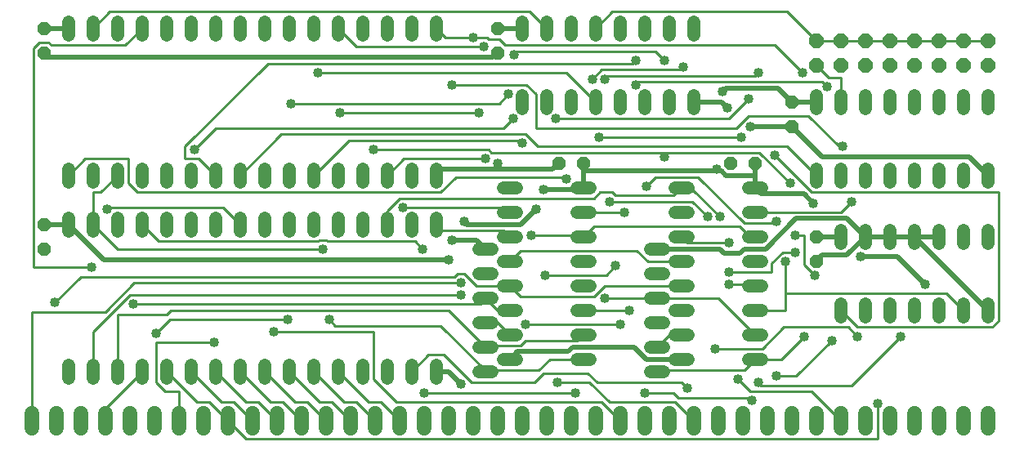
<source format=gtl>
G75*
%MOIN*%
%OFA0B0*%
%FSLAX24Y24*%
%IPPOS*%
%LPD*%
%AMOC8*
5,1,8,0,0,1.08239X$1,22.5*
%
%ADD10C,0.0600*%
%ADD11OC8,0.0520*%
%ADD12C,0.0520*%
%ADD13OC8,0.0600*%
%ADD14C,0.0200*%
%ADD15C,0.0400*%
%ADD16C,0.0100*%
D10*
X000680Y000880D02*
X000680Y001480D01*
X001680Y001480D02*
X001680Y000880D01*
X002680Y000880D02*
X002680Y001480D01*
X003680Y001480D02*
X003680Y000880D01*
X004680Y000880D02*
X004680Y001480D01*
X005680Y001480D02*
X005680Y000880D01*
X006680Y000880D02*
X006680Y001480D01*
X007680Y001480D02*
X007680Y000880D01*
X008680Y000880D02*
X008680Y001480D01*
X009680Y001480D02*
X009680Y000880D01*
X010680Y000880D02*
X010680Y001480D01*
X011680Y001480D02*
X011680Y000880D01*
X012680Y000880D02*
X012680Y001480D01*
X013680Y001480D02*
X013680Y000880D01*
X014680Y000880D02*
X014680Y001480D01*
X015680Y001480D02*
X015680Y000880D01*
X016680Y000880D02*
X016680Y001480D01*
X017680Y001480D02*
X017680Y000880D01*
X018680Y000880D02*
X018680Y001480D01*
X019680Y001480D02*
X019680Y000880D01*
X020680Y000880D02*
X020680Y001480D01*
X021680Y001480D02*
X021680Y000880D01*
X022680Y000880D02*
X022680Y001480D01*
X023680Y001480D02*
X023680Y000880D01*
X024680Y000880D02*
X024680Y001480D01*
X025680Y001480D02*
X025680Y000880D01*
X026680Y000880D02*
X026680Y001480D01*
X027680Y001480D02*
X027680Y000880D01*
X028680Y000880D02*
X028680Y001480D01*
X029680Y001480D02*
X029680Y000880D01*
X030680Y000880D02*
X030680Y001480D01*
X031680Y001480D02*
X031680Y000880D01*
X032680Y000880D02*
X032680Y001480D01*
X033680Y001480D02*
X033680Y000880D01*
X034680Y000880D02*
X034680Y001480D01*
X035680Y001480D02*
X035680Y000880D01*
X036680Y000880D02*
X036680Y001480D01*
X037680Y001480D02*
X037680Y000880D01*
X038680Y000880D02*
X038680Y001480D01*
X039680Y001480D02*
X039680Y000880D01*
D11*
X032680Y007680D03*
X032680Y008680D03*
X030180Y011680D03*
X029180Y011680D03*
X031680Y013180D03*
X031680Y014180D03*
X023180Y011680D03*
X022180Y011680D03*
X019680Y016180D03*
X019680Y017180D03*
X001180Y017180D03*
X001180Y016180D03*
X001180Y009180D03*
X001180Y008180D03*
D12*
X002180Y008920D02*
X002180Y009440D01*
X003180Y009440D02*
X003180Y008920D01*
X004180Y008920D02*
X004180Y009440D01*
X005180Y009440D02*
X005180Y008920D01*
X006180Y008920D02*
X006180Y009440D01*
X007180Y009440D02*
X007180Y008920D01*
X008180Y008920D02*
X008180Y009440D01*
X009180Y009440D02*
X009180Y008920D01*
X010180Y008920D02*
X010180Y009440D01*
X011180Y009440D02*
X011180Y008920D01*
X012180Y008920D02*
X012180Y009440D01*
X013180Y009440D02*
X013180Y008920D01*
X014180Y008920D02*
X014180Y009440D01*
X015180Y009440D02*
X015180Y008920D01*
X016180Y008920D02*
X016180Y009440D01*
X017180Y009440D02*
X017180Y008920D01*
X018920Y008180D02*
X019440Y008180D01*
X019920Y007680D02*
X020440Y007680D01*
X019440Y007180D02*
X018920Y007180D01*
X019920Y006680D02*
X020440Y006680D01*
X019440Y006180D02*
X018920Y006180D01*
X019920Y005680D02*
X020440Y005680D01*
X019440Y005180D02*
X018920Y005180D01*
X019920Y004680D02*
X020440Y004680D01*
X019440Y004180D02*
X018920Y004180D01*
X019920Y003680D02*
X020440Y003680D01*
X019440Y003180D02*
X018920Y003180D01*
X017180Y002920D02*
X017180Y003440D01*
X016180Y003440D02*
X016180Y002920D01*
X015180Y002920D02*
X015180Y003440D01*
X014180Y003440D02*
X014180Y002920D01*
X013180Y002920D02*
X013180Y003440D01*
X012180Y003440D02*
X012180Y002920D01*
X011180Y002920D02*
X011180Y003440D01*
X010180Y003440D02*
X010180Y002920D01*
X009180Y002920D02*
X009180Y003440D01*
X008180Y003440D02*
X008180Y002920D01*
X007180Y002920D02*
X007180Y003440D01*
X006180Y003440D02*
X006180Y002920D01*
X005180Y002920D02*
X005180Y003440D01*
X004180Y003440D02*
X004180Y002920D01*
X003180Y002920D02*
X003180Y003440D01*
X002180Y003440D02*
X002180Y002920D01*
X019920Y008680D02*
X020440Y008680D01*
X020440Y009680D02*
X019920Y009680D01*
X019920Y010680D02*
X020440Y010680D01*
X022920Y010680D02*
X023440Y010680D01*
X023440Y009680D02*
X022920Y009680D01*
X022920Y008680D02*
X023440Y008680D01*
X023440Y007680D02*
X022920Y007680D01*
X022920Y006680D02*
X023440Y006680D01*
X023440Y005680D02*
X022920Y005680D01*
X022920Y004680D02*
X023440Y004680D01*
X023440Y003680D02*
X022920Y003680D01*
X025920Y003180D02*
X026440Y003180D01*
X026920Y003680D02*
X027440Y003680D01*
X026440Y004180D02*
X025920Y004180D01*
X026920Y004680D02*
X027440Y004680D01*
X026440Y005180D02*
X025920Y005180D01*
X026920Y005680D02*
X027440Y005680D01*
X026440Y006180D02*
X025920Y006180D01*
X026920Y006680D02*
X027440Y006680D01*
X026440Y007180D02*
X025920Y007180D01*
X026920Y007680D02*
X027440Y007680D01*
X026440Y008180D02*
X025920Y008180D01*
X026920Y008680D02*
X027440Y008680D01*
X027440Y009680D02*
X026920Y009680D01*
X026920Y010680D02*
X027440Y010680D01*
X029920Y010680D02*
X030440Y010680D01*
X032680Y010920D02*
X032680Y011440D01*
X033680Y011440D02*
X033680Y010920D01*
X034680Y010920D02*
X034680Y011440D01*
X035680Y011440D02*
X035680Y010920D01*
X036680Y010920D02*
X036680Y011440D01*
X037680Y011440D02*
X037680Y010920D01*
X038680Y010920D02*
X038680Y011440D01*
X039680Y011440D02*
X039680Y010920D01*
X039680Y008940D02*
X039680Y008420D01*
X038680Y008420D02*
X038680Y008940D01*
X037680Y008940D02*
X037680Y008420D01*
X036680Y008420D02*
X036680Y008940D01*
X035680Y008940D02*
X035680Y008420D01*
X034680Y008420D02*
X034680Y008940D01*
X033680Y008940D02*
X033680Y008420D01*
X030440Y008680D02*
X029920Y008680D01*
X029920Y009680D02*
X030440Y009680D01*
X030440Y007680D02*
X029920Y007680D01*
X029920Y006680D02*
X030440Y006680D01*
X030440Y005680D02*
X029920Y005680D01*
X029920Y004680D02*
X030440Y004680D01*
X030440Y003680D02*
X029920Y003680D01*
X033680Y005420D02*
X033680Y005940D01*
X034680Y005940D02*
X034680Y005420D01*
X035680Y005420D02*
X035680Y005940D01*
X036680Y005940D02*
X036680Y005420D01*
X037680Y005420D02*
X037680Y005940D01*
X038680Y005940D02*
X038680Y005420D01*
X039680Y005420D02*
X039680Y005940D01*
X039680Y013920D02*
X039680Y014440D01*
X038680Y014440D02*
X038680Y013920D01*
X037680Y013920D02*
X037680Y014440D01*
X036680Y014440D02*
X036680Y013920D01*
X035680Y013920D02*
X035680Y014440D01*
X034680Y014440D02*
X034680Y013920D01*
X033680Y013920D02*
X033680Y014440D01*
X032680Y014440D02*
X032680Y013920D01*
X027680Y013920D02*
X027680Y014440D01*
X026680Y014440D02*
X026680Y013920D01*
X025680Y013920D02*
X025680Y014440D01*
X024680Y014440D02*
X024680Y013920D01*
X023680Y013920D02*
X023680Y014440D01*
X022680Y014440D02*
X022680Y013920D01*
X021680Y013920D02*
X021680Y014440D01*
X020680Y014440D02*
X020680Y013920D01*
X017180Y011440D02*
X017180Y010920D01*
X016180Y010920D02*
X016180Y011440D01*
X015180Y011440D02*
X015180Y010920D01*
X014180Y010920D02*
X014180Y011440D01*
X013180Y011440D02*
X013180Y010920D01*
X012180Y010920D02*
X012180Y011440D01*
X011180Y011440D02*
X011180Y010920D01*
X010180Y010920D02*
X010180Y011440D01*
X009180Y011440D02*
X009180Y010920D01*
X008180Y010920D02*
X008180Y011440D01*
X007180Y011440D02*
X007180Y010920D01*
X006180Y010920D02*
X006180Y011440D01*
X005180Y011440D02*
X005180Y010920D01*
X004180Y010920D02*
X004180Y011440D01*
X003180Y011440D02*
X003180Y010920D01*
X002180Y010920D02*
X002180Y011440D01*
X002180Y016920D02*
X002180Y017440D01*
X003180Y017440D02*
X003180Y016920D01*
X004180Y016920D02*
X004180Y017440D01*
X005180Y017440D02*
X005180Y016920D01*
X006180Y016920D02*
X006180Y017440D01*
X007180Y017440D02*
X007180Y016920D01*
X008180Y016920D02*
X008180Y017440D01*
X009180Y017440D02*
X009180Y016920D01*
X010180Y016920D02*
X010180Y017440D01*
X011180Y017440D02*
X011180Y016920D01*
X012180Y016920D02*
X012180Y017440D01*
X013180Y017440D02*
X013180Y016920D01*
X014180Y016920D02*
X014180Y017440D01*
X015180Y017440D02*
X015180Y016920D01*
X016180Y016920D02*
X016180Y017440D01*
X017180Y017440D02*
X017180Y016920D01*
X020680Y016920D02*
X020680Y017440D01*
X021680Y017440D02*
X021680Y016920D01*
X022680Y016920D02*
X022680Y017440D01*
X023680Y017440D02*
X023680Y016920D01*
X024680Y016920D02*
X024680Y017440D01*
X025680Y017440D02*
X025680Y016920D01*
X026680Y016920D02*
X026680Y017440D01*
X027680Y017440D02*
X027680Y016920D01*
D13*
X032680Y016680D03*
X033680Y016680D03*
X034680Y016680D03*
X035680Y016680D03*
X036680Y016680D03*
X037680Y016680D03*
X038680Y016680D03*
X039680Y016680D03*
X039680Y015680D03*
X038680Y015680D03*
X037680Y015680D03*
X036680Y015680D03*
X035680Y015680D03*
X034680Y015680D03*
X033680Y015680D03*
X032680Y015680D03*
D14*
X031680Y014180D02*
X031118Y014743D01*
X028993Y014743D01*
X028868Y014618D01*
X028805Y014180D02*
X027680Y014180D01*
X028805Y014180D02*
X029055Y013930D01*
X029993Y013180D02*
X031680Y013180D01*
X032930Y011930D01*
X038930Y011930D01*
X039680Y011180D01*
X037680Y008680D02*
X036680Y008680D01*
X039680Y005680D01*
X037118Y006743D02*
X035993Y007868D01*
X034493Y007868D01*
X033930Y007930D02*
X034680Y008680D01*
X033930Y009430D01*
X031868Y009430D01*
X030618Y008180D01*
X029743Y008180D01*
X029555Y007993D01*
X028930Y007993D01*
X028743Y008180D01*
X026180Y008180D01*
X030180Y010680D02*
X030430Y010430D01*
X032180Y010430D01*
X032555Y010055D01*
X030180Y010680D02*
X030180Y011180D01*
X028993Y011180D01*
X028805Y011368D01*
X028618Y011368D01*
X028618Y011430D01*
X028618Y011368D02*
X023180Y011368D01*
X023180Y010680D01*
X023118Y010618D01*
X021555Y010618D01*
X021243Y009805D02*
X020618Y009180D01*
X018430Y009180D01*
X018305Y009305D01*
X017805Y008555D02*
X018805Y008555D01*
X019180Y008180D01*
X017680Y007743D02*
X003618Y007743D01*
X002180Y009180D01*
X001180Y009180D01*
X001368Y015993D02*
X019493Y015993D01*
X019680Y016180D01*
X019680Y017180D02*
X020680Y017180D01*
X031680Y014180D02*
X032680Y014180D01*
X030180Y011680D02*
X030180Y011180D01*
X032680Y008680D02*
X033680Y008680D01*
X034680Y008680D02*
X035680Y008680D01*
X036680Y008680D01*
X033930Y007930D02*
X032930Y007930D01*
X032680Y007680D01*
X025743Y003680D02*
X025243Y004180D01*
X022743Y004180D01*
X022555Y003993D01*
X020493Y003993D01*
X020180Y003680D01*
X018180Y002680D02*
X017680Y003180D01*
X017180Y003180D01*
X025743Y003680D02*
X027180Y003680D01*
X017430Y011430D02*
X017180Y011180D01*
X017430Y011430D02*
X019680Y011430D01*
X019680Y011680D01*
X019680Y011430D02*
X021930Y011430D01*
X022180Y011680D01*
X023180Y011680D02*
X023180Y011368D01*
X002180Y017180D02*
X001180Y017180D01*
X001180Y016180D02*
X001368Y015993D01*
D15*
X007305Y012243D03*
X011243Y014118D03*
X013243Y013743D03*
X014618Y012243D03*
X018930Y013743D03*
X020305Y013493D03*
X022055Y013493D03*
X020680Y012493D03*
X019180Y011868D03*
X019680Y011680D03*
X021555Y010618D03*
X022493Y011055D03*
X024243Y010118D03*
X024868Y009680D03*
X025743Y010743D03*
X026493Y011930D03*
X028618Y011430D03*
X030993Y011993D03*
X029618Y012743D03*
X029993Y013180D03*
X029055Y013930D03*
X029930Y014305D03*
X028868Y014618D03*
X030305Y015368D03*
X032118Y015368D03*
X033118Y014805D03*
X033743Y012368D03*
X031618Y010868D03*
X032555Y010055D03*
X034118Y010118D03*
X031055Y009305D03*
X031805Y008743D03*
X031805Y008055D03*
X031430Y007680D03*
X032618Y007118D03*
X034493Y007868D03*
X037118Y006743D03*
X036118Y004618D03*
X034368Y004618D03*
X033305Y004430D03*
X032180Y004618D03*
X031055Y002993D03*
X030305Y002743D03*
X029493Y002868D03*
X030055Y001993D03*
X027430Y002493D03*
X025680Y002305D03*
X022868Y002305D03*
X022118Y002743D03*
X018180Y002680D03*
X016680Y002305D03*
X020805Y005118D03*
X018180Y006305D03*
X018180Y006805D03*
X017680Y007743D03*
X016618Y008180D03*
X017805Y008555D03*
X018305Y009305D03*
X015805Y009868D03*
X012555Y008180D03*
X012805Y005305D03*
X011118Y005305D03*
X010555Y004805D03*
X008118Y004368D03*
X005743Y004743D03*
X004805Y005930D03*
X003118Y007430D03*
X001618Y005993D03*
X003743Y009805D03*
X012368Y015368D03*
X017805Y014868D03*
X020118Y014493D03*
X023555Y015118D03*
X024055Y015118D03*
X025305Y014868D03*
X027243Y015618D03*
X026493Y015868D03*
X025305Y015868D03*
X020368Y016118D03*
X019118Y016430D03*
X018680Y016805D03*
X023805Y012743D03*
X021243Y009805D03*
X021055Y008743D03*
X024493Y007493D03*
X024055Y006180D03*
X025055Y005680D03*
X024680Y005118D03*
X028555Y004118D03*
X029118Y006743D03*
X029118Y007243D03*
X029118Y008430D03*
X028743Y009493D03*
X028243Y009493D03*
X021618Y007118D03*
X035180Y001868D03*
D16*
X035180Y000430D01*
X009430Y000430D01*
X008680Y001180D01*
X007930Y001930D01*
X007430Y001930D01*
X006180Y003180D01*
X007180Y003180D02*
X008430Y001930D01*
X008930Y001930D01*
X009680Y001180D01*
X009930Y001930D02*
X010680Y001180D01*
X010930Y001930D02*
X011680Y001180D01*
X011930Y001930D02*
X012680Y001180D01*
X012930Y001930D02*
X013680Y001180D01*
X013930Y001930D02*
X014680Y001180D01*
X014930Y001930D02*
X015680Y001180D01*
X015555Y001930D02*
X014618Y002868D01*
X014618Y004805D01*
X010555Y004805D01*
X011118Y005305D02*
X006305Y005305D01*
X005743Y004743D01*
X005743Y004368D02*
X008118Y004368D01*
X005743Y004368D02*
X005743Y002743D01*
X006118Y002368D01*
X006680Y002368D01*
X006680Y001180D01*
X005180Y003180D02*
X003680Y001680D01*
X003680Y001180D01*
X000680Y001180D02*
X000680Y005618D01*
X003680Y005618D01*
X004868Y006805D01*
X018180Y006805D01*
X017930Y007055D02*
X018055Y007180D01*
X018305Y007180D01*
X018805Y006680D01*
X020180Y006680D01*
X020618Y006243D01*
X023618Y006243D01*
X024055Y006680D01*
X027180Y006680D01*
X026180Y006180D02*
X024055Y006180D01*
X023180Y005680D02*
X025055Y005680D01*
X024680Y005118D02*
X020805Y005118D01*
X020180Y004680D02*
X019680Y005180D01*
X019180Y005180D01*
X019680Y005680D02*
X020180Y005680D01*
X019680Y005680D02*
X019180Y006180D01*
X019180Y006118D01*
X018993Y005930D01*
X004805Y005930D01*
X004680Y006305D02*
X003180Y004805D01*
X003180Y003180D01*
X004180Y003180D02*
X004180Y005493D01*
X006180Y005493D01*
X006368Y005680D01*
X017680Y005680D01*
X019180Y004180D01*
X019180Y004243D01*
X020618Y004243D01*
X020805Y004430D01*
X022930Y004430D01*
X023180Y004680D01*
X023180Y003680D02*
X021805Y003680D01*
X021368Y003243D01*
X019243Y003243D01*
X019180Y003180D01*
X019180Y003243D01*
X017368Y005055D01*
X013055Y005055D01*
X012805Y005305D01*
X016180Y003180D02*
X016868Y003868D01*
X017493Y003868D01*
X018618Y002743D01*
X021180Y002743D01*
X021555Y003118D01*
X023368Y003118D01*
X023743Y002743D01*
X027180Y002743D01*
X027430Y002493D01*
X027055Y002118D02*
X026868Y002305D01*
X025680Y002305D01*
X026930Y001930D02*
X024243Y001930D01*
X023430Y002743D01*
X022118Y002743D01*
X022868Y002305D02*
X016680Y002305D01*
X015555Y001930D02*
X023930Y001930D01*
X024680Y001180D01*
X026930Y001930D02*
X027680Y001180D01*
X027055Y002118D02*
X029930Y002118D01*
X030055Y001993D01*
X029993Y002368D02*
X032493Y002368D01*
X033680Y001180D01*
X034118Y002618D02*
X030430Y002618D01*
X030305Y002743D01*
X029993Y002368D02*
X029493Y002868D01*
X029743Y003243D02*
X030180Y003680D01*
X031243Y003680D01*
X032180Y004618D01*
X031368Y004993D02*
X030493Y004118D01*
X028555Y004118D01*
X027180Y004680D02*
X026680Y004680D01*
X026180Y004180D01*
X026243Y003243D02*
X029743Y003243D01*
X031055Y002993D02*
X031868Y002993D01*
X033305Y004430D01*
X033993Y004993D02*
X031368Y004993D01*
X031430Y005680D02*
X030180Y005680D01*
X030180Y004680D02*
X028680Y006180D01*
X026180Y006180D01*
X024493Y007493D02*
X024118Y007118D01*
X021618Y007118D01*
X020618Y008118D02*
X020180Y007680D01*
X020618Y008118D02*
X025368Y008118D01*
X025805Y007680D01*
X027180Y007680D01*
X027430Y008430D02*
X029118Y008430D01*
X029555Y009118D02*
X029993Y008680D01*
X030180Y008680D01*
X029555Y009118D02*
X023618Y009118D01*
X023180Y008680D01*
X023180Y008743D01*
X021055Y008743D01*
X020180Y008680D02*
X019930Y008930D01*
X017430Y008930D01*
X017180Y009180D01*
X016305Y008493D02*
X012743Y008493D01*
X012680Y008555D01*
X012430Y008555D01*
X012368Y008493D01*
X005868Y008493D01*
X005180Y009180D01*
X003805Y009868D02*
X008493Y009868D01*
X009180Y009180D01*
X012555Y008180D02*
X004180Y008180D01*
X003180Y009180D01*
X003180Y010493D01*
X003493Y010493D01*
X004180Y011180D01*
X004618Y010868D02*
X004618Y011868D01*
X002868Y011868D01*
X002180Y011180D01*
X004618Y010868D02*
X004993Y010493D01*
X017368Y010493D01*
X017993Y011118D01*
X022430Y011118D01*
X022493Y011055D01*
X023618Y010243D02*
X023868Y010493D01*
X024368Y010493D01*
X024493Y010368D01*
X026868Y010368D01*
X027180Y010680D01*
X027180Y010618D01*
X027618Y010618D01*
X028743Y009493D01*
X028243Y009493D02*
X027618Y010118D01*
X024243Y010118D01*
X023618Y010243D02*
X015680Y010243D01*
X015180Y009743D01*
X015180Y009180D01*
X015805Y009868D02*
X019993Y009868D01*
X020180Y009680D01*
X023180Y009680D02*
X024868Y009680D01*
X025743Y010743D02*
X026118Y011118D01*
X027868Y011118D01*
X029743Y009243D01*
X030993Y009243D01*
X031055Y009305D01*
X031805Y008743D02*
X032180Y008743D01*
X032180Y007555D01*
X032618Y007118D01*
X031430Y007680D02*
X031430Y006368D01*
X037993Y006368D01*
X038680Y005680D01*
X039868Y004993D02*
X040118Y005243D01*
X040118Y010493D01*
X032493Y010493D01*
X030993Y011993D01*
X030368Y012118D02*
X026368Y012118D01*
X026336Y012086D01*
X026493Y011930D01*
X026336Y012086D02*
X026305Y012118D01*
X019430Y012118D01*
X019305Y012243D01*
X014618Y012243D01*
X013618Y012618D02*
X012180Y011180D01*
X010868Y012868D02*
X009180Y011180D01*
X008180Y011180D02*
X007493Y011868D01*
X006930Y011868D01*
X006930Y012368D01*
X010305Y015743D01*
X025180Y015743D01*
X025305Y015868D01*
X026118Y016243D02*
X026493Y015868D01*
X026118Y016243D02*
X020493Y016243D01*
X020368Y016118D01*
X019993Y016493D02*
X019743Y016743D01*
X019305Y016743D01*
X019243Y016805D01*
X018680Y016805D01*
X017555Y016805D01*
X017180Y017180D01*
X019118Y016430D02*
X013930Y016430D01*
X013180Y017180D01*
X012368Y015368D02*
X022493Y015368D01*
X023680Y014180D01*
X022055Y013493D02*
X029118Y013493D01*
X029930Y014305D01*
X029930Y013618D02*
X032368Y013618D01*
X033618Y012368D01*
X033743Y012368D01*
X032680Y011180D02*
X031493Y012368D01*
X021305Y012368D01*
X020805Y012868D01*
X010868Y012868D01*
X011243Y014118D02*
X019743Y014118D01*
X020118Y014493D01*
X020868Y014868D02*
X021243Y014493D01*
X021243Y013118D01*
X029430Y013118D01*
X029930Y013618D01*
X029618Y012743D02*
X023805Y012743D01*
X020680Y012493D02*
X020555Y012618D01*
X013618Y012618D01*
X015180Y011180D02*
X015868Y011868D01*
X019180Y011868D01*
X019930Y013118D02*
X008180Y013118D01*
X007305Y012243D01*
X003805Y009868D02*
X003743Y009805D01*
X003118Y007430D02*
X000743Y007430D01*
X000743Y016368D01*
X000993Y016618D01*
X001368Y016618D01*
X001493Y016493D01*
X004493Y016493D01*
X005180Y017180D01*
X003868Y017868D02*
X003180Y017180D01*
X003868Y017868D02*
X020993Y017868D01*
X021680Y017180D01*
X023680Y017180D02*
X024368Y017868D01*
X031493Y017868D01*
X032680Y016680D01*
X033680Y016680D01*
X034680Y016680D01*
X035680Y016680D01*
X036680Y016680D01*
X037680Y016680D01*
X038680Y016680D01*
X039680Y016680D01*
X033680Y015180D02*
X033680Y014180D01*
X033118Y014805D02*
X032930Y014993D01*
X025430Y014993D01*
X025305Y014868D01*
X024180Y015243D02*
X030180Y015243D01*
X030305Y015368D01*
X030993Y016493D02*
X032118Y015368D01*
X032680Y015680D02*
X033180Y015180D01*
X033680Y015180D01*
X030993Y016493D02*
X019993Y016493D01*
X020868Y014868D02*
X017805Y014868D01*
X018930Y013743D02*
X013243Y013743D01*
X019930Y013118D02*
X020305Y013493D01*
X023555Y015118D02*
X023930Y015493D01*
X027118Y015493D01*
X027243Y015618D01*
X024180Y015243D02*
X024055Y015118D01*
X030368Y012118D02*
X031618Y010868D01*
X033680Y009680D02*
X034118Y010118D01*
X033680Y009680D02*
X030180Y009680D01*
X027430Y008430D02*
X027180Y008680D01*
X029118Y007243D02*
X030868Y007243D01*
X030868Y007618D01*
X031305Y008055D01*
X031805Y008055D01*
X030180Y006680D02*
X030118Y006743D01*
X029118Y006743D01*
X031430Y006368D02*
X031430Y005680D01*
X033680Y005680D02*
X034368Y004993D01*
X039868Y004993D01*
X036118Y004618D02*
X034118Y002618D01*
X034368Y004618D02*
X033993Y004993D01*
X026243Y003243D02*
X026180Y003180D01*
X018180Y006305D02*
X004680Y006305D01*
X002680Y007055D02*
X017930Y007055D01*
X016618Y008180D02*
X016305Y008493D01*
X013180Y003180D02*
X014430Y001930D01*
X014930Y001930D01*
X013930Y001930D02*
X013430Y001930D01*
X012180Y003180D01*
X011180Y003180D02*
X012430Y001930D01*
X012930Y001930D01*
X011930Y001930D02*
X011430Y001930D01*
X010180Y003180D01*
X009180Y003180D02*
X010430Y001930D01*
X010930Y001930D01*
X009930Y001930D02*
X009430Y001930D01*
X008180Y003180D01*
X002680Y007055D02*
X001618Y005993D01*
M02*

</source>
